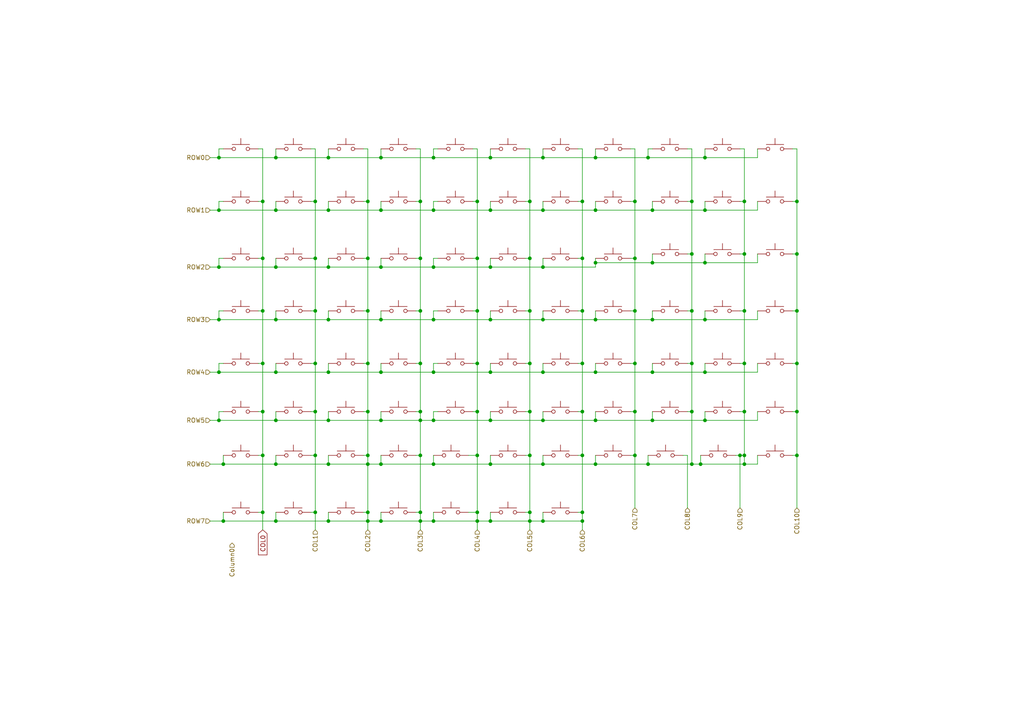
<source format=kicad_sch>
(kicad_sch (version 20211123) (generator eeschema)
  (paper "A4")
  (lib_symbols
    (symbol "Switch:SW_Push" (pin_numbers hide) (pin_names (offset 1.016) hide)
      (property "Reference" "SW" (at 1.27 2.54 0))
      (property "Value" "SW_Push" (at 0 -1.524 0))
      (symbol "SW_Push_0_1"
        (circle (center -2.032 0) (radius 0.508))
        (polyline (pts (xy 0 1.27) (xy 0 3.048)))
        (polyline (pts (xy 2.54 1.27) (xy -2.54 1.27)))
        (circle (center 2.032 0) (radius 0.508))
        (pin passive line (at -5.08 0 0) (length 2.54) (name "1") (number "1"))
        (pin passive line (at 5.08 0 180) (length 2.54) (name "2") (number "2"))
      )
    )
  )
  (junction (at 95.25 77.47))
  (junction (at 142.24 45.72))
  (junction (at 189.23 107.95))
  (junction (at 80.01 45.72))
  (junction (at 95.25 45.72))
  (junction (at 95.25 121.92))
  (junction (at 231.14 58.42))
  (junction (at 215.9 90.17))
  (junction (at 204.47 92.71))
  (junction (at 121.92 74.93))
  (junction (at 80.01 121.92))
  (junction (at 204.47 60.96))
  (junction (at 106.68 105.41))
  (junction (at 153.67 90.17))
  (junction (at 157.48 77.47))
  (junction (at 157.48 92.71))
  (junction (at 110.49 151.13))
  (junction (at 187.96 134.62))
  (junction (at 80.01 134.62))
  (junction (at 184.15 90.17))
  (junction (at 172.72 121.92))
  (junction (at 168.91 132.08))
  (junction (at 153.67 151.13))
  (junction (at 204.47 45.72))
  (junction (at 138.43 90.17))
  (junction (at 184.15 132.08))
  (junction (at 121.92 58.42))
  (junction (at 110.49 77.47))
  (junction (at 91.44 74.93))
  (junction (at 95.25 151.13))
  (junction (at 157.48 151.13))
  (junction (at 121.92 105.41))
  (junction (at 138.43 58.42))
  (junction (at 63.5 92.71))
  (junction (at 121.92 148.59))
  (junction (at 200.66 90.17))
  (junction (at 168.91 74.93))
  (junction (at 142.24 121.92))
  (junction (at 110.49 134.62))
  (junction (at 172.72 76.2))
  (junction (at 121.92 119.38))
  (junction (at 189.23 92.71))
  (junction (at 231.14 132.08))
  (junction (at 153.67 105.41))
  (junction (at 125.73 151.13))
  (junction (at 153.67 148.59))
  (junction (at 80.01 77.47))
  (junction (at 91.44 119.38))
  (junction (at 215.9 73.66))
  (junction (at 172.72 92.71))
  (junction (at 125.73 107.95))
  (junction (at 200.66 119.38))
  (junction (at 125.73 134.62))
  (junction (at 172.72 45.72))
  (junction (at 121.92 121.92))
  (junction (at 106.68 74.93))
  (junction (at 204.47 107.95))
  (junction (at 80.01 151.13))
  (junction (at 95.25 92.71))
  (junction (at 157.48 45.72))
  (junction (at 142.24 77.47))
  (junction (at 95.25 134.62))
  (junction (at 231.14 105.41))
  (junction (at 168.91 90.17))
  (junction (at 138.43 148.59))
  (junction (at 106.68 132.08))
  (junction (at 106.68 90.17))
  (junction (at 76.2 148.59))
  (junction (at 138.43 74.93))
  (junction (at 110.49 121.92))
  (junction (at 125.73 45.72))
  (junction (at 91.44 132.08))
  (junction (at 63.5 77.47))
  (junction (at 110.49 60.96))
  (junction (at 204.47 76.2))
  (junction (at 215.9 132.08))
  (junction (at 125.73 92.71))
  (junction (at 125.73 121.92))
  (junction (at 110.49 92.71))
  (junction (at 168.91 148.59))
  (junction (at 168.91 119.38))
  (junction (at 168.91 58.42))
  (junction (at 106.68 58.42))
  (junction (at 106.68 148.59))
  (junction (at 91.44 90.17))
  (junction (at 157.48 107.95))
  (junction (at 125.73 77.47))
  (junction (at 138.43 132.08))
  (junction (at 110.49 107.95))
  (junction (at 64.77 134.62))
  (junction (at 80.01 60.96))
  (junction (at 125.73 60.96))
  (junction (at 76.2 90.17))
  (junction (at 203.2 134.62))
  (junction (at 95.25 107.95))
  (junction (at 187.96 45.72))
  (junction (at 153.67 74.93))
  (junction (at 184.15 74.93))
  (junction (at 231.14 90.17))
  (junction (at 121.92 132.08))
  (junction (at 200.66 73.66))
  (junction (at 91.44 148.59))
  (junction (at 172.72 60.96))
  (junction (at 138.43 105.41))
  (junction (at 76.2 58.42))
  (junction (at 110.49 45.72))
  (junction (at 231.14 73.66))
  (junction (at 142.24 107.95))
  (junction (at 215.9 119.38))
  (junction (at 172.72 134.62))
  (junction (at 168.91 151.13))
  (junction (at 184.15 119.38))
  (junction (at 63.5 60.96))
  (junction (at 76.2 132.08))
  (junction (at 76.2 119.38))
  (junction (at 63.5 121.92))
  (junction (at 168.91 105.41))
  (junction (at 95.25 60.96))
  (junction (at 106.68 151.13))
  (junction (at 189.23 60.96))
  (junction (at 64.77 151.13))
  (junction (at 214.63 132.08))
  (junction (at 184.15 58.42))
  (junction (at 76.2 74.93))
  (junction (at 189.23 76.2))
  (junction (at 189.23 121.92))
  (junction (at 91.44 105.41))
  (junction (at 184.15 105.41))
  (junction (at 106.68 134.62))
  (junction (at 63.5 45.72))
  (junction (at 80.01 92.71))
  (junction (at 142.24 151.13))
  (junction (at 142.24 60.96))
  (junction (at 172.72 107.95))
  (junction (at 138.43 119.38))
  (junction (at 76.2 105.41))
  (junction (at 215.9 134.62))
  (junction (at 215.9 58.42))
  (junction (at 204.47 121.92))
  (junction (at 200.66 134.62))
  (junction (at 157.48 121.92))
  (junction (at 142.24 134.62))
  (junction (at 231.14 119.38))
  (junction (at 153.67 132.08))
  (junction (at 200.66 58.42))
  (junction (at 121.92 151.13))
  (junction (at 157.48 60.96))
  (junction (at 142.24 92.71))
  (junction (at 138.43 151.13))
  (junction (at 157.48 134.62))
  (junction (at 200.66 105.41))
  (junction (at 153.67 119.38))
  (junction (at 106.68 119.38))
  (junction (at 91.44 58.42))
  (junction (at 215.9 105.41))
  (junction (at 121.92 90.17))
  (junction (at 63.5 107.95))
  (junction (at 80.01 107.95))
  (junction (at 153.67 58.42))
  (wire (pts (xy 215.9 90.17) (xy 215.9 105.41)))
  (wire (pts (xy 214.63 132.08) (xy 214.63 147.32)))
  (wire (pts (xy 125.73 105.41) (xy 125.73 107.95)))
  (wire (pts (xy 219.71 76.2) (xy 219.71 73.66)))
  (wire (pts (xy 137.16 105.41) (xy 138.43 105.41)))
  (wire (pts (xy 76.2 105.41) (xy 76.2 119.38)))
  (wire (pts (xy 63.5 77.47) (xy 80.01 77.47)))
  (wire (pts (xy 106.68 148.59) (xy 106.68 151.13)))
  (wire (pts (xy 63.5 43.18) (xy 63.5 45.72)))
  (wire (pts (xy 142.24 134.62) (xy 142.24 132.08)))
  (wire (pts (xy 182.88 132.08) (xy 184.15 132.08)))
  (wire (pts (xy 120.65 148.59) (xy 121.92 148.59)))
  (wire (pts (xy 142.24 43.18) (xy 142.24 45.72)))
  (wire (pts (xy 189.23 92.71) (xy 204.47 92.71)))
  (wire (pts (xy 95.25 74.93) (xy 95.25 77.47)))
  (wire (pts (xy 152.4 58.42) (xy 153.67 58.42)))
  (wire (pts (xy 91.44 132.08) (xy 91.44 148.59)))
  (wire (pts (xy 204.47 119.38) (xy 204.47 121.92)))
  (wire (pts (xy 63.5 90.17) (xy 63.5 92.71)))
  (wire (pts (xy 189.23 58.42) (xy 189.23 60.96)))
  (wire (pts (xy 214.63 105.41) (xy 215.9 105.41)))
  (wire (pts (xy 120.65 43.18) (xy 121.92 43.18)))
  (wire (pts (xy 91.44 105.41) (xy 91.44 119.38)))
  (wire (pts (xy 142.24 60.96) (xy 157.48 60.96)))
  (wire (pts (xy 142.24 105.41) (xy 142.24 107.95)))
  (wire (pts (xy 105.41 90.17) (xy 106.68 90.17)))
  (wire (pts (xy 63.5 60.96) (xy 60.96 60.96)))
  (wire (pts (xy 91.44 90.17) (xy 91.44 105.41)))
  (wire (pts (xy 199.39 132.08) (xy 199.39 147.32)))
  (wire (pts (xy 172.72 77.47) (xy 172.72 76.2)))
  (wire (pts (xy 64.77 43.18) (xy 63.5 43.18)))
  (wire (pts (xy 106.68 119.38) (xy 106.68 132.08)))
  (wire (pts (xy 184.15 74.93) (xy 184.15 90.17)))
  (wire (pts (xy 121.92 74.93) (xy 121.92 90.17)))
  (wire (pts (xy 110.49 151.13) (xy 121.92 151.13)))
  (wire (pts (xy 76.2 43.18) (xy 76.2 58.42)))
  (wire (pts (xy 80.01 74.93) (xy 80.01 77.47)))
  (wire (pts (xy 142.24 58.42) (xy 142.24 60.96)))
  (wire (pts (xy 125.73 58.42) (xy 125.73 60.96)))
  (wire (pts (xy 63.5 105.41) (xy 63.5 107.95)))
  (wire (pts (xy 121.92 43.18) (xy 121.92 58.42)))
  (wire (pts (xy 137.16 74.93) (xy 138.43 74.93)))
  (wire (pts (xy 157.48 107.95) (xy 172.72 107.95)))
  (wire (pts (xy 204.47 58.42) (xy 204.47 60.96)))
  (wire (pts (xy 110.49 77.47) (xy 125.73 77.47)))
  (wire (pts (xy 219.71 92.71) (xy 219.71 90.17)))
  (wire (pts (xy 90.17 74.93) (xy 91.44 74.93)))
  (wire (pts (xy 189.23 43.18) (xy 187.96 43.18)))
  (wire (pts (xy 168.91 74.93) (xy 168.91 90.17)))
  (wire (pts (xy 182.88 43.18) (xy 184.15 43.18)))
  (wire (pts (xy 153.67 132.08) (xy 153.67 148.59)))
  (wire (pts (xy 172.72 107.95) (xy 189.23 107.95)))
  (wire (pts (xy 95.25 105.41) (xy 95.25 107.95)))
  (wire (pts (xy 214.63 73.66) (xy 215.9 73.66)))
  (wire (pts (xy 74.93 90.17) (xy 76.2 90.17)))
  (wire (pts (xy 157.48 92.71) (xy 172.72 92.71)))
  (wire (pts (xy 152.4 43.18) (xy 153.67 43.18)))
  (wire (pts (xy 90.17 148.59) (xy 91.44 148.59)))
  (wire (pts (xy 95.25 107.95) (xy 110.49 107.95)))
  (wire (pts (xy 182.88 105.41) (xy 184.15 105.41)))
  (wire (pts (xy 214.63 90.17) (xy 215.9 90.17)))
  (wire (pts (xy 121.92 121.92) (xy 121.92 132.08)))
  (wire (pts (xy 106.68 74.93) (xy 106.68 90.17)))
  (wire (pts (xy 64.77 74.93) (xy 63.5 74.93)))
  (wire (pts (xy 229.87 90.17) (xy 231.14 90.17)))
  (wire (pts (xy 90.17 43.18) (xy 91.44 43.18)))
  (wire (pts (xy 60.96 92.71) (xy 63.5 92.71)))
  (wire (pts (xy 157.48 58.42) (xy 157.48 60.96)))
  (wire (pts (xy 76.2 119.38) (xy 76.2 132.08)))
  (wire (pts (xy 229.87 73.66) (xy 231.14 73.66)))
  (wire (pts (xy 95.25 134.62) (xy 95.25 132.08)))
  (wire (pts (xy 110.49 134.62) (xy 125.73 134.62)))
  (wire (pts (xy 90.17 132.08) (xy 91.44 132.08)))
  (wire (pts (xy 74.93 58.42) (xy 76.2 58.42)))
  (wire (pts (xy 80.01 58.42) (xy 80.01 60.96)))
  (wire (pts (xy 74.93 105.41) (xy 76.2 105.41)))
  (wire (pts (xy 153.67 148.59) (xy 153.67 151.13)))
  (wire (pts (xy 168.91 43.18) (xy 168.91 58.42)))
  (wire (pts (xy 63.5 45.72) (xy 80.01 45.72)))
  (wire (pts (xy 138.43 43.18) (xy 138.43 58.42)))
  (wire (pts (xy 229.87 119.38) (xy 231.14 119.38)))
  (wire (pts (xy 167.64 58.42) (xy 168.91 58.42)))
  (wire (pts (xy 187.96 134.62) (xy 200.66 134.62)))
  (wire (pts (xy 167.64 105.41) (xy 168.91 105.41)))
  (wire (pts (xy 157.48 134.62) (xy 157.48 132.08)))
  (wire (pts (xy 142.24 77.47) (xy 157.48 77.47)))
  (wire (pts (xy 95.25 134.62) (xy 106.68 134.62)))
  (wire (pts (xy 80.01 119.38) (xy 80.01 121.92)))
  (wire (pts (xy 189.23 121.92) (xy 204.47 121.92)))
  (wire (pts (xy 125.73 92.71) (xy 142.24 92.71)))
  (wire (pts (xy 110.49 121.92) (xy 110.49 119.38)))
  (wire (pts (xy 74.93 119.38) (xy 76.2 119.38)))
  (wire (pts (xy 157.48 134.62) (xy 172.72 134.62)))
  (wire (pts (xy 200.66 134.62) (xy 203.2 134.62)))
  (wire (pts (xy 189.23 119.38) (xy 189.23 121.92)))
  (wire (pts (xy 200.66 90.17) (xy 200.66 105.41)))
  (wire (pts (xy 64.77 151.13) (xy 60.96 151.13)))
  (wire (pts (xy 80.01 77.47) (xy 95.25 77.47)))
  (wire (pts (xy 204.47 90.17) (xy 204.47 92.71)))
  (wire (pts (xy 172.72 121.92) (xy 189.23 121.92)))
  (wire (pts (xy 215.9 105.41) (xy 215.9 119.38)))
  (wire (pts (xy 63.5 119.38) (xy 63.5 121.92)))
  (wire (pts (xy 184.15 105.41) (xy 184.15 119.38)))
  (wire (pts (xy 168.91 90.17) (xy 168.91 105.41)))
  (wire (pts (xy 121.92 132.08) (xy 121.92 148.59)))
  (wire (pts (xy 229.87 132.08) (xy 231.14 132.08)))
  (wire (pts (xy 106.68 134.62) (xy 110.49 134.62)))
  (wire (pts (xy 199.39 43.18) (xy 200.66 43.18)))
  (wire (pts (xy 172.72 76.2) (xy 172.72 74.93)))
  (wire (pts (xy 184.15 132.08) (xy 184.15 147.32)))
  (wire (pts (xy 125.73 60.96) (xy 142.24 60.96)))
  (wire (pts (xy 204.47 107.95) (xy 204.47 105.41)))
  (wire (pts (xy 74.93 74.93) (xy 76.2 74.93)))
  (wire (pts (xy 214.63 43.18) (xy 215.9 43.18)))
  (wire (pts (xy 187.96 45.72) (xy 204.47 45.72)))
  (wire (pts (xy 152.4 148.59) (xy 153.67 148.59)))
  (wire (pts (xy 157.48 77.47) (xy 172.72 77.47)))
  (wire (pts (xy 142.24 107.95) (xy 157.48 107.95)))
  (wire (pts (xy 172.72 132.08) (xy 172.72 134.62)))
  (wire (pts (xy 198.12 132.08) (xy 199.39 132.08)))
  (wire (pts (xy 189.23 107.95) (xy 204.47 107.95)))
  (wire (pts (xy 80.01 151.13) (xy 95.25 151.13)))
  (wire (pts (xy 142.24 92.71) (xy 157.48 92.71)))
  (wire (pts (xy 125.73 45.72) (xy 142.24 45.72)))
  (wire (pts (xy 110.49 121.92) (xy 121.92 121.92)))
  (wire (pts (xy 91.44 119.38) (xy 91.44 132.08)))
  (wire (pts (xy 215.9 43.18) (xy 215.9 58.42)))
  (wire (pts (xy 167.64 132.08) (xy 168.91 132.08)))
  (wire (pts (xy 80.01 105.41) (xy 80.01 107.95)))
  (wire (pts (xy 106.68 43.18) (xy 106.68 58.42)))
  (wire (pts (xy 138.43 58.42) (xy 138.43 74.93)))
  (wire (pts (xy 172.72 76.2) (xy 189.23 76.2)))
  (wire (pts (xy 80.01 60.96) (xy 95.25 60.96)))
  (wire (pts (xy 110.49 132.08) (xy 110.49 134.62)))
  (wire (pts (xy 60.96 121.92) (xy 63.5 121.92)))
  (wire (pts (xy 95.25 58.42) (xy 95.25 60.96)))
  (wire (pts (xy 182.88 58.42) (xy 184.15 58.42)))
  (wire (pts (xy 167.64 119.38) (xy 168.91 119.38)))
  (wire (pts (xy 127 43.18) (xy 125.73 43.18)))
  (wire (pts (xy 127 74.93) (xy 125.73 74.93)))
  (wire (pts (xy 121.92 58.42) (xy 121.92 74.93)))
  (wire (pts (xy 157.48 60.96) (xy 172.72 60.96)))
  (wire (pts (xy 167.64 43.18) (xy 168.91 43.18)))
  (wire (pts (xy 231.14 119.38) (xy 231.14 132.08)))
  (wire (pts (xy 137.16 58.42) (xy 138.43 58.42)))
  (wire (pts (xy 95.25 119.38) (xy 95.25 121.92)))
  (wire (pts (xy 142.24 45.72) (xy 157.48 45.72)))
  (wire (pts (xy 153.67 151.13) (xy 157.48 151.13)))
  (wire (pts (xy 184.15 119.38) (xy 184.15 132.08)))
  (wire (pts (xy 137.16 43.18) (xy 138.43 43.18)))
  (wire (pts (xy 64.77 148.59) (xy 64.77 151.13)))
  (wire (pts (xy 157.48 151.13) (xy 157.48 148.59)))
  (wire (pts (xy 63.5 45.72) (xy 60.96 45.72)))
  (wire (pts (xy 110.49 60.96) (xy 125.73 60.96)))
  (wire (pts (xy 110.49 45.72) (xy 125.73 45.72)))
  (wire (pts (xy 215.9 132.08) (xy 215.9 134.62)))
  (wire (pts (xy 80.01 107.95) (xy 95.25 107.95)))
  (wire (pts (xy 105.41 132.08) (xy 106.68 132.08)))
  (wire (pts (xy 125.73 119.38) (xy 125.73 121.92)))
  (wire (pts (xy 229.87 43.18) (xy 231.14 43.18)))
  (wire (pts (xy 95.25 151.13) (xy 95.25 148.59)))
  (wire (pts (xy 142.24 74.93) (xy 142.24 77.47)))
  (wire (pts (xy 120.65 105.41) (xy 121.92 105.41)))
  (wire (pts (xy 167.64 148.59) (xy 168.91 148.59)))
  (wire (pts (xy 214.63 132.08) (xy 215.9 132.08)))
  (wire (pts (xy 80.01 45.72) (xy 95.25 45.72)))
  (wire (pts (xy 105.41 43.18) (xy 106.68 43.18)))
  (wire (pts (xy 125.73 74.93) (xy 125.73 77.47)))
  (wire (pts (xy 231.14 132.08) (xy 231.14 147.32)))
  (wire (pts (xy 80.01 92.71) (xy 95.25 92.71)))
  (wire (pts (xy 152.4 105.41) (xy 153.67 105.41)))
  (wire (pts (xy 157.48 121.92) (xy 172.72 121.92)))
  (wire (pts (xy 74.93 43.18) (xy 76.2 43.18)))
  (wire (pts (xy 63.5 107.95) (xy 80.01 107.95)))
  (wire (pts (xy 74.93 132.08) (xy 76.2 132.08)))
  (wire (pts (xy 110.49 148.59) (xy 110.49 151.13)))
  (wire (pts (xy 63.5 121.92) (xy 80.01 121.92)))
  (wire (pts (xy 153.67 58.42) (xy 153.67 74.93)))
  (wire (pts (xy 110.49 92.71) (xy 110.49 90.17)))
  (wire (pts (xy 95.25 77.47) (xy 110.49 77.47)))
  (wire (pts (xy 135.89 132.08) (xy 138.43 132.08)))
  (wire (pts (xy 204.47 107.95) (xy 219.71 107.95)))
  (wire (pts (xy 172.72 121.92) (xy 172.72 119.38)))
  (wire (pts (xy 120.65 132.08) (xy 121.92 132.08)))
  (wire (pts (xy 199.39 90.17) (xy 200.66 90.17)))
  (wire (pts (xy 142.24 151.13) (xy 153.67 151.13)))
  (wire (pts (xy 168.91 151.13) (xy 168.91 153.67)))
  (wire (pts (xy 80.01 90.17) (xy 80.01 92.71)))
  (wire (pts (xy 76.2 90.17) (xy 76.2 105.41)))
  (wire (pts (xy 184.15 90.17) (xy 184.15 105.41)))
  (wire (pts (xy 138.43 90.17) (xy 138.43 105.41)))
  (wire (pts (xy 200.66 58.42) (xy 200.66 73.66)))
  (wire (pts (xy 172.72 92.71) (xy 189.23 92.71)))
  (wire (pts (xy 219.71 121.92) (xy 219.71 119.38)))
  (wire (pts (xy 200.66 119.38) (xy 200.66 134.62)))
  (wire (pts (xy 80.01 43.18) (xy 80.01 45.72)))
  (wire (pts (xy 60.96 107.95) (xy 63.5 107.95)))
  (wire (pts (xy 125.73 43.18) (xy 125.73 45.72)))
  (wire (pts (xy 172.72 60.96) (xy 189.23 60.96)))
  (wire (pts (xy 91.44 43.18) (xy 91.44 58.42)))
  (wire (pts (xy 105.41 148.59) (xy 106.68 148.59)))
  (wire (pts (xy 63.5 58.42) (xy 64.77 58.42)))
  (wire (pts (xy 138.43 151.13) (xy 138.43 153.67)))
  (wire (pts (xy 204.47 60.96) (xy 219.71 60.96)))
  (wire (pts (xy 189.23 105.41) (xy 189.23 107.95)))
  (wire (pts (xy 80.01 121.92) (xy 95.25 121.92)))
  (wire (pts (xy 127 119.38) (xy 125.73 119.38)))
  (wire (pts (xy 121.92 148.59) (xy 121.92 151.13)))
  (wire (pts (xy 157.48 43.18) (xy 157.48 45.72)))
  (wire (pts (xy 229.87 105.41) (xy 231.14 105.41)))
  (wire (pts (xy 142.24 90.17) (xy 142.24 92.71)))
  (wire (pts (xy 153.67 119.38) (xy 153.67 132.08)))
  (wire (pts (xy 120.65 74.93) (xy 121.92 74.93)))
  (wire (pts (xy 219.71 60.96) (xy 219.71 58.42)))
  (wire (pts (xy 105.41 58.42) (xy 106.68 58.42)))
  (wire (pts (xy 172.72 60.96) (xy 172.72 58.42)))
  (wire (pts (xy 138.43 151.13) (xy 142.24 151.13)))
  (wire (pts (xy 125.73 107.95) (xy 142.24 107.95)))
  (wire (pts (xy 76.2 74.93) (xy 76.2 90.17)))
  (wire (pts (xy 80.01 134.62) (xy 95.25 134.62)))
  (wire (pts (xy 80.01 132.08) (xy 80.01 134.62)))
  (wire (pts (xy 231.14 58.42) (xy 231.14 73.66)))
  (wire (pts (xy 110.49 60.96) (xy 110.49 58.42)))
  (wire (pts (xy 231.14 43.18) (xy 231.14 58.42)))
  (wire (pts (xy 121.92 121.92) (xy 125.73 121.92)))
  (wire (pts (xy 187.96 132.08) (xy 187.96 134.62)))
  (wire (pts (xy 106.68 90.17) (xy 106.68 105.41)))
  (wire (pts (xy 200.66 43.18) (xy 200.66 58.42)))
  (wire (pts (xy 184.15 58.42) (xy 184.15 74.93)))
  (wire (pts (xy 91.44 74.93) (xy 91.44 90.17)))
  (wire (pts (xy 215.9 58.42) (xy 215.9 73.66)))
  (wire (pts (xy 64.77 132.08) (xy 64.77 134.62)))
  (wire (pts (xy 137.16 90.17) (xy 138.43 90.17)))
  (wire (pts (xy 214.63 119.38) (xy 215.9 119.38)))
  (wire (pts (xy 121.92 105.41) (xy 121.92 119.38)))
  (wire (pts (xy 168.91 119.38) (xy 168.91 132.08)))
  (wire (pts (xy 95.25 43.18) (xy 95.25 45.72)))
  (wire (pts (xy 106.68 134.62) (xy 106.68 148.59)))
  (wire (pts (xy 153.67 74.93) (xy 153.67 90.17)))
  (wire (pts (xy 204.47 73.66) (xy 204.47 76.2)))
  (wire (pts (xy 142.24 151.13) (xy 142.24 148.59)))
  (wire (pts (xy 157.48 90.17) (xy 157.48 92.71)))
  (wire (pts (xy 204.47 76.2) (xy 219.71 76.2)))
  (wire (pts (xy 64.77 134.62) (xy 60.96 134.62)))
  (wire (pts (xy 168.91 148.59) (xy 168.91 151.13)))
  (wire (pts (xy 125.73 151.13) (xy 138.43 151.13)))
  (wire (pts (xy 106.68 151.13) (xy 106.68 153.67)))
  (wire (pts (xy 63.5 92.71) (xy 80.01 92.71)))
  (wire (pts (xy 63.5 77.47) (xy 60.96 77.47)))
  (wire (pts (xy 95.25 90.17) (xy 95.25 92.71)))
  (wire (pts (xy 76.2 58.42) (xy 76.2 74.93)))
  (wire (pts (xy 106.68 132.08) (xy 106.68 134.62)))
  (wire (pts (xy 189.23 90.17) (xy 189.23 92.71)))
  (wire (pts (xy 204.47 43.18) (xy 204.47 45.72)))
  (wire (pts (xy 80.01 148.59) (xy 80.01 151.13)))
  (wire (pts (xy 91.44 58.42) (xy 91.44 74.93)))
  (wire (pts (xy 110.49 107.95) (xy 125.73 107.95)))
  (wire (pts (xy 95.25 60.96) (xy 110.49 60.96)))
  (wire (pts (xy 110.49 107.95) (xy 110.49 105.41)))
  (wire (pts (xy 215.9 73.66) (xy 215.9 90.17)))
  (wire (pts (xy 153.67 43.18) (xy 153.67 58.42)))
  (wire (pts (xy 105.41 74.93) (xy 106.68 74.93)))
  (wire (pts (xy 231.14 73.66) (xy 231.14 90.17)))
  (wire (pts (xy 63.5 90.17) (xy 64.77 90.17)))
  (wire (pts (xy 167.64 90.17) (xy 168.91 90.17)))
  (wire (pts (xy 110.49 45.72) (xy 110.49 43.18)))
  (wire (pts (xy 199.39 73.66) (xy 200.66 73.66)))
  (wire (pts (xy 110.49 92.71) (xy 125.73 92.71)))
  (wire (pts (xy 204.47 45.72) (xy 219.71 45.72)))
  (wire (pts (xy 106.68 58.42) (xy 106.68 74.93)))
  (wire (pts (xy 199.39 58.42) (xy 200.66 58.42)))
  (wire (pts (xy 95.25 121.92) (xy 110.49 121.92)))
  (wire (pts (xy 106.68 151.13) (xy 110.49 151.13)))
  (wire (pts (xy 137.16 119.38) (xy 138.43 119.38)))
  (wire (pts (xy 204.47 121.92) (xy 219.71 121.92)))
  (wire (pts (xy 138.43 119.38) (xy 138.43 132.08)))
  (wire (pts (xy 203.2 134.62) (xy 215.9 134.62)))
  (wire (pts (xy 125.73 121.92) (xy 142.24 121.92)))
  (wire (pts (xy 189.23 73.66) (xy 189.23 76.2)))
  (wire (pts (xy 120.65 58.42) (xy 121.92 58.42)))
  (wire (pts (xy 95.25 45.72) (xy 110.49 45.72)))
  (wire (pts (xy 189.23 76.2) (xy 204.47 76.2)))
  (wire (pts (xy 142.24 121.92) (xy 157.48 121.92)))
  (wire (pts (xy 172.72 134.62) (xy 187.96 134.62)))
  (wire (pts (xy 63.5 60.96) (xy 80.01 60.96)))
  (wire (pts (xy 105.41 119.38) (xy 106.68 119.38)))
  (wire (pts (xy 215.9 134.62) (xy 219.71 134.62)))
  (wire (pts (xy 172.72 107.95) (xy 172.72 105.41)))
  (wire (pts (xy 187.96 43.18) (xy 187.96 45.72)))
  (wire (pts (xy 110.49 77.47) (xy 110.49 74.93)))
  (wire (pts (xy 125.73 148.59) (xy 125.73 151.13)))
  (wire (pts (xy 76.2 132.08) (xy 76.2 148.59)))
  (wire (pts (xy 74.93 148.59) (xy 76.2 148.59)))
  (wire (pts (xy 95.25 151.13) (xy 106.68 151.13)))
  (wire (pts (xy 138.43 148.59) (xy 138.43 151.13)))
  (wire (pts (xy 63.5 58.42) (xy 63.5 60.96)))
  (wire (pts (xy 157.48 119.38) (xy 157.48 121.92)))
  (wire (pts (xy 90.17 90.17) (xy 91.44 90.17)))
  (wire (pts (xy 167.64 74.93) (xy 168.91 74.93)))
  (wire (pts (xy 64.77 134.62) (xy 80.01 134.62)))
  (wire (pts (xy 219.71 105.41) (xy 219.71 107.95)))
  (wire (pts (xy 120.65 119.38) (xy 121.92 119.38)))
  (wire (pts (xy 168.91 58.42) (xy 168.91 74.93)))
  (wire (pts (xy 90.17 105.41) (xy 91.44 105.41)))
  (wire (pts (xy 121.92 151.13) (xy 125.73 151.13)))
  (wire (pts (xy 157.48 105.41) (xy 157.48 107.95)))
  (wire (pts (xy 157.48 151.13) (xy 168.91 151.13)))
  (wire (pts (xy 91.44 148.59) (xy 91.44 153.67)))
  (wire (pts (xy 125.73 58.42) (xy 127 58.42)))
  (wire (pts (xy 142.24 119.38) (xy 142.24 121.92)))
  (wire (pts (xy 229.87 58.42) (xy 231.14 58.42)))
  (wire (pts (xy 153.67 151.13) (xy 153.67 153.67)))
  (wire (pts (xy 64.77 151.13) (xy 80.01 151.13)))
  (wire (pts (xy 152.4 119.38) (xy 153.67 119.38)))
  (wire (pts (xy 138.43 105.41) (xy 138.43 119.38)))
  (wire (pts (xy 219.71 132.08) (xy 219.71 134.62)))
  (wire (pts (xy 105.41 105.41) (xy 106.68 105.41)))
  (wire (pts (xy 168.91 105.41) (xy 168.91 119.38)))
  (wire (pts (xy 168.91 132.08) (xy 168.91 148.59)))
  (wire (pts (xy 120.65 90.17) (xy 121.92 90.17)))
  (wire (pts (xy 95.25 92.71) (xy 110.49 92.71)))
  (wire (pts (xy 172.72 45.72) (xy 172.72 43.18)))
  (wire (pts (xy 172.72 45.72) (xy 187.96 45.72)))
  (wire (pts (xy 199.39 119.38) (xy 200.66 119.38)))
  (wire (pts (xy 214.63 58.42) (xy 215.9 58.42)))
  (wire (pts (xy 125.73 132.08) (xy 125.73 134.62)))
  (wire (pts (xy 153.67 105.41) (xy 153.67 119.38)))
  (wire (pts (xy 125.73 90.17) (xy 125.73 92.71)))
  (wire (pts (xy 204.47 92.71) (xy 219.71 92.71)))
  (wire (pts (xy 172.72 92.71) (xy 172.72 90.17)))
  (wire (pts (xy 63.5 74.93) (xy 63.5 77.47)))
  (wire (pts (xy 76.2 148.59) (xy 76.2 153.67)))
  (wire (pts (xy 182.88 74.93) (xy 184.15 74.93)))
  (wire (pts (xy 157.48 74.93) (xy 157.48 77.47)))
  (wire (pts (xy 200.66 105.41) (xy 200.66 119.38)))
  (wire (pts (xy 152.4 74.93) (xy 153.67 74.93)))
  (wire (pts (xy 231.14 90.17) (xy 231.14 105.41)))
  (wire (pts (xy 200.66 73.66) (xy 200.66 90.17)))
  (wire (pts (xy 152.4 132.08) (xy 153.67 132.08)))
  (wire (pts (xy 182.88 119.38) (xy 184.15 119.38)))
  (wire (pts (xy 125.73 77.47) (xy 142.24 77.47)))
  (wire (pts (xy 142.24 134.62) (xy 157.48 134.62)))
  (wire (pts (xy 125.73 90.17) (xy 127 90.17)))
  (wire (pts (xy 121.92 119.38) (xy 121.92 121.92)))
  (wire (pts (xy 127 105.41) (xy 125.73 105.41)))
  (wire (pts (xy 121.92 151.13) (xy 121.92 153.67)))
  (wire (pts (xy 90.17 58.42) (xy 91.44 58.42)))
  (wire (pts (xy 135.89 148.59) (xy 138.43 148.59)))
  (wire (pts (xy 219.71 43.18) (xy 219.71 45.72)))
  (wire (pts (xy 121.92 90.17) (xy 121.92 105.41)))
  (wire (pts (xy 125.73 134.62) (xy 142.24 134.62)))
  (wire (pts (xy 157.48 45.72) (xy 172.72 45.72)))
  (wire (pts (xy 138.43 132.08) (xy 138.43 148.59)))
  (wire (pts (xy 213.36 132.08) (xy 214.63 132.08)))
  (wire (pts (xy 64.77 119.38) (xy 63.5 119.38)))
  (wire (pts (xy 203.2 134.62) (xy 203.2 132.08)))
  (wire (pts (xy 215.9 119.38) (xy 215.9 132.08)))
  (wire (pts (xy 90.17 119.38) (xy 91.44 119.38)))
  (wire (pts (xy 64.77 105.41) (xy 63.5 105.41)))
  (wire (pts (xy 189.23 60.96) (xy 204.47 60.96)))
  (wire (pts (xy 184.15 43.18) (xy 184.15 58.42)))
  (wire (pts (xy 153.67 90.17) (xy 153.67 105.41)))
  (wire (pts (xy 152.4 90.17) (xy 153.67 90.17)))
  (wire (pts (xy 182.88 90.17) (xy 184.15 90.17)))
  (wire (pts (xy 199.39 105.41) (xy 200.66 105.41)))
  (wire (pts (xy 231.14 105.41) (xy 231.14 119.38)))
  (wire (pts (xy 138.43 74.93) (xy 138.43 90.17)))
  (wire (pts (xy 106.68 105.41) (xy 106.68 119.38)))
  (global_label "COL0" (shape input) (at 76.2 153.67 270) (property "Intersheet References" "${INTERSHEET_REFS}" (effects hide)))
  (hierarchical_label "Column0" (shape input) (at 67.31 157.48 270))
  (hierarchical_label "COL4" (shape input) (at 138.43 153.67 270))
  (hierarchical_label "COL10" (shape input) (at 231.14 147.32 270))
  (hierarchical_label "ROW0" (shape input) (at 60.96 45.72 180))
  (hierarchical_label "ROW1" (shape input) (at 60.96 60.96 180))
  (hierarchical_label "ROW7" (shape input) (at 60.96 151.13 180))
  (hierarchical_label "COL8" (shape input) (at 199.39 147.32 270))
  (hierarchical_label "COL6" (shape input) (at 168.91 153.67 270))
  (hierarchical_label "COL3" (shape input) (at 121.92 153.67 270))
  (hierarchical_label "ROW2" (shape input) (at 60.96 77.47 180))
  (hierarchical_label "COL5" (shape input) (at 153.67 153.67 270))
  (hierarchical_label "ROW4" (shape input) (at 60.96 107.95 180))
  (hierarchical_label "ROW3" (shape input) (at 60.96 92.71 180))
  (hierarchical_label "ROW5" (shape input) (at 60.96 121.92 180))
  (hierarchical_label "COL9" (shape input) (at 214.63 147.32 270))
  (hierarchical_label "COL7" (shape input) (at 184.15 147.32 270))
  (hierarchical_label "COL1" (shape input) (at 91.44 153.67 270))
  (hierarchical_label "ROW6" (shape input) (at 60.96 134.62 180))
  (hierarchical_label "COL2" (shape input) (at 106.68 153.67 270))
  (symbol (lib_id "Switch:SW_Push") (at 85.09 43.18 0) (unit 1)
    (property "Reference" "Q1" (effects hide))
  )
  (symbol (lib_id "Switch:SW_Push") (at 100.33 43.18 0) (unit 1)
    (property "Reference" "W1" (effects hide))
  )
  (symbol (lib_id "Switch:SW_Push") (at 115.57 43.18 0) (unit 1)
    (property "Reference" "E1" (effects hide))
  )
  (symbol (lib_id "Switch:SW_Push") (at 85.09 58.42 0) (unit 1)
    (property "Reference" "A3" (effects hide))
  )
  (symbol (lib_id "Switch:SW_Push") (at 100.33 58.42 0) (unit 1)
    (property "Reference" "S3" (effects hide))
  )
  (symbol (lib_id "Switch:SW_Push") (at 115.57 58.42 0) (unit 1)
    (property "Reference" "D3" (effects hide))
  )
  (symbol (lib_id "Switch:SW_Push") (at 69.85 43.18 0) (unit 1)
    (property "Reference" "Shift1" (effects hide))
  )
  (symbol (lib_id "Switch:SW_Push") (at 69.85 58.42 0) (unit 1)
    (property "Reference" "Ctrl1" (effects hide))
  )
  (symbol (lib_id "Switch:SW_Push") (at 147.32 43.18 0) (unit 1)
    (property "Reference" "Q7" (effects hide))
  )
  (symbol (lib_id "Switch:SW_Push") (at 162.56 43.18 0) (unit 1)
    (property "Reference" "W7" (effects hide))
  )
  (symbol (lib_id "Switch:SW_Push") (at 177.8 43.18 0) (unit 1)
    (property "Reference" "E9" (effects hide))
  )
  (symbol (lib_id "Switch:SW_Push") (at 147.32 58.42 0) (unit 1)
    (property "Reference" "A5" (effects hide))
  )
  (symbol (lib_id "Switch:SW_Push") (at 162.56 58.42 0) (unit 1)
    (property "Reference" "S5" (effects hide))
  )
  (symbol (lib_id "Switch:SW_Push") (at 177.8 58.42 0) (unit 1)
    (property "Reference" "D5" (effects hide))
  )
  (symbol (lib_id "Switch:SW_Push") (at 132.08 43.18 0) (unit 1)
    (property "Reference" "Shift5" (effects hide))
  )
  (symbol (lib_id "Switch:SW_Push") (at 132.08 58.42 0) (unit 1)
    (property "Reference" "Ctrl3" (effects hide))
  )
  (symbol (lib_id "Switch:SW_Push") (at 115.57 132.08 0) (unit 1)
    (property "Reference" "Q5" (effects hide))
  )
  (symbol (lib_id "Switch:SW_Push") (at 130.81 132.08 0) (unit 1)
    (property "Reference" "W5" (effects hide))
  )
  (symbol (lib_id "Switch:SW_Push") (at 147.32 132.08 0) (unit 1)
    (property "Reference" "E5" (effects hide))
  )
  (symbol (lib_id "Switch:SW_Push") (at 85.09 74.93 0) (unit 1)
    (property "Reference" "Q2" (effects hide))
  )
  (symbol (lib_id "Switch:SW_Push") (at 100.33 74.93 0) (unit 1)
    (property "Reference" "W2" (effects hide))
  )
  (symbol (lib_id "Switch:SW_Push") (at 115.57 74.93 0) (unit 1)
    (property "Reference" "E2" (effects hide))
  )
  (symbol (lib_id "Switch:SW_Push") (at 85.09 90.17 0) (unit 1)
    (property "Reference" "A4" (effects hide))
  )
  (symbol (lib_id "Switch:SW_Push") (at 100.33 90.17 0) (unit 1)
    (property "Reference" "S4" (effects hide))
  )
  (symbol (lib_id "Switch:SW_Push") (at 115.57 90.17 0) (unit 1)
    (property "Reference" "D4" (effects hide))
  )
  (symbol (lib_id "Switch:SW_Push") (at 69.85 74.93 0) (unit 1)
    (property "Reference" "Shift2" (effects hide))
  )
  (symbol (lib_id "Switch:SW_Push") (at 69.85 90.17 0) (unit 1)
    (property "Reference" "Ctrl2" (effects hide))
  )
  (symbol (lib_id "Switch:SW_Push") (at 147.32 74.93 0) (unit 1)
    (property "Reference" "Q8" (effects hide))
  )
  (symbol (lib_id "Switch:SW_Push") (at 162.56 74.93 0) (unit 1)
    (property "Reference" "W8" (effects hide))
  )
  (symbol (lib_id "Switch:SW_Push") (at 177.8 74.93 0) (unit 1)
    (property "Reference" "E10" (effects hide))
  )
  (symbol (lib_id "Switch:SW_Push") (at 147.32 90.17 0) (unit 1)
    (property "Reference" "A6" (effects hide))
  )
  (symbol (lib_id "Switch:SW_Push") (at 162.56 90.17 0) (unit 1)
    (property "Reference" "S6" (effects hide))
  )
  (symbol (lib_id "Switch:SW_Push") (at 177.8 90.17 0) (unit 1)
    (property "Reference" "D6" (effects hide))
  )
  (symbol (lib_id "Switch:SW_Push") (at 132.08 74.93 0) (unit 1)
    (property "Reference" "Shift6" (effects hide))
  )
  (symbol (lib_id "Switch:SW_Push") (at 132.08 90.17 0) (unit 1)
    (property "Reference" "Ctrl4" (effects hide))
  )
  (symbol (lib_id "Switch:SW_Push") (at 85.09 105.41 0) (unit 1)
    (property "Reference" "Q3" (effects hide))
  )
  (symbol (lib_id "Switch:SW_Push") (at 100.33 105.41 0) (unit 1)
    (property "Reference" "W3" (effects hide))
  )
  (symbol (lib_id "Switch:SW_Push") (at 115.57 105.41 0) (unit 1)
    (property "Reference" "E3" (effects hide))
  )
  (symbol (lib_id "Switch:SW_Push") (at 69.85 105.41 0) (unit 1)
    (property "Reference" "Shift3" (effects hide))
  )
  (symbol (lib_id "Switch:SW_Push") (at 147.32 105.41 0) (unit 1)
    (property "Reference" "Q9" (effects hide))
  )
  (symbol (lib_id "Switch:SW_Push") (at 162.56 105.41 0) (unit 1)
    (property "Reference" "W9" (effects hide))
  )
  (symbol (lib_id "Switch:SW_Push") (at 177.8 105.41 0) (unit 1)
    (property "Reference" "E11" (effects hide))
  )
  (symbol (lib_id "Switch:SW_Push") (at 132.08 105.41 0) (unit 1)
    (property "Reference" "Shift7" (effects hide))
  )
  (symbol (lib_id "Switch:SW_Push") (at 209.55 43.18 0) (unit 1)
    (property "Reference" "Q16" (effects hide))
  )
  (symbol (lib_id "Switch:SW_Push") (at 224.79 43.18 0) (unit 1)
    (property "Reference" "W17" (effects hide))
  )
  (symbol (lib_id "Switch:SW_Push") (at 162.56 132.08 0) (unit 1)
    (property "Reference" "E7" (effects hide))
  )
  (symbol (lib_id "Switch:SW_Push") (at 194.31 43.18 0) (unit 1)
    (property "Reference" "Shift9" (effects hide))
  )
  (symbol (lib_id "Switch:SW_Push") (at 177.8 132.08 0) (unit 1)
    (property "Reference" "Q11" (effects hide))
  )
  (symbol (lib_id "Switch:SW_Push") (at 193.04 132.08 0) (unit 1)
    (property "Reference" "W11" (effects hide))
  )
  (symbol (lib_id "Switch:SW_Push") (at 208.28 132.08 0) (unit 1)
    (property "Reference" "E13" (effects hide))
  )
  (symbol (lib_id "Switch:SW_Push") (at 194.31 58.42 0) (unit 1)
    (property "Reference" "Q12" (effects hide))
  )
  (symbol (lib_id "Switch:SW_Push") (at 209.55 58.42 0) (unit 1)
    (property "Reference" "W13" (effects hide))
  )
  (symbol (lib_id "Switch:SW_Push") (at 224.79 58.42 0) (unit 1)
    (property "Reference" "E15" (effects hide))
  )
  (symbol (lib_id "Switch:SW_Push") (at 194.31 73.66 0) (unit 1)
    (property "Reference" "Q13" (effects hide))
  )
  (symbol (lib_id "Switch:SW_Push") (at 209.55 73.66 0) (unit 1)
    (property "Reference" "W14" (effects hide))
  )
  (symbol (lib_id "Switch:SW_Push") (at 224.79 73.66 0) (unit 1)
    (property "Reference" "E16" (effects hide))
  )
  (symbol (lib_id "Switch:SW_Push") (at 194.31 90.17 0) (unit 1)
    (property "Reference" "Q14" (effects hide))
  )
  (symbol (lib_id "Switch:SW_Push") (at 209.55 90.17 0) (unit 1)
    (property "Reference" "W15" (effects hide))
  )
  (symbol (lib_id "Switch:SW_Push") (at 224.79 90.17 0) (unit 1)
    (property "Reference" "E17" (effects hide))
  )
  (symbol (lib_id "Switch:SW_Push") (at 194.31 105.41 0) (unit 1)
    (property "Reference" "W12" (effects hide))
  )
  (symbol (lib_id "Switch:SW_Push") (at 209.55 105.41 0) (unit 1)
    (property "Reference" "E14" (effects hide))
  )
  (symbol (lib_id "Switch:SW_Push") (at 85.09 119.38 0) (unit 1)
    (property "Reference" "Q4" (effects hide))
  )
  (symbol (lib_id "Switch:SW_Push") (at 100.33 119.38 0) (unit 1)
    (property "Reference" "W4" (effects hide))
  )
  (symbol (lib_id "Switch:SW_Push") (at 115.57 119.38 0) (unit 1)
    (property "Reference" "E4" (effects hide))
  )
  (symbol (lib_id "Switch:SW_Push") (at 69.85 119.38 0) (unit 1)
    (property "Reference" "Shift4" (effects hide))
  )
  (symbol (lib_id "Switch:SW_Push") (at 147.32 119.38 0) (unit 1)
    (property "Reference" "Q10" (effects hide))
  )
  (symbol (lib_id "Switch:SW_Push") (at 162.56 119.38 0) (unit 1)
    (property "Reference" "W10" (effects hide))
  )
  (symbol (lib_id "Switch:SW_Push") (at 177.8 119.38 0) (unit 1)
    (property "Reference" "E12" (effects hide))
  )
  (symbol (lib_id "Switch:SW_Push") (at 132.08 119.38 0) (unit 1)
    (property "Reference" "Shift8" (effects hide))
  )
  (symbol (lib_id "Switch:SW_Push") (at 224.79 105.41 0) (unit 1)
    (property "Reference" "W18" (effects hide))
  )
  (symbol (lib_id "Switch:SW_Push") (at 224.79 119.38 0) (unit 1)
    (property "Reference" "E18" (effects hide))
  )
  (symbol (lib_id "Switch:SW_Push") (at 209.55 119.38 0) (unit 1)
    (property "Reference" "W16" (effects hide))
  )
  (symbol (lib_id "Switch:SW_Push") (at 194.31 119.38 0) (unit 1)
    (property "Reference" "Q15" (effects hide))
  )
  (symbol (lib_id "Switch:SW_Push") (at 100.33 132.08 0) (unit 1)
    (property "Reference" "D1" (effects hide))
  )
  (symbol (lib_id "Switch:SW_Push") (at 85.09 132.08 0) (unit 1)
    (property "Reference" "S1" (effects hide))
  )
  (symbol (lib_id "Switch:SW_Push") (at 69.85 132.08 0) (unit 1)
    (property "Reference" "A1" (effects hide))
  )
  (symbol (lib_id "Switch:SW_Push") (at 224.79 132.08 0) (unit 1)
    (property "Reference" "W19" (effects hide))
  )
  (symbol (lib_id "Switch:SW_Push") (at 162.56 148.59 0) (unit 1)
    (property "Reference" "E8" (effects hide))
  )
  (symbol (lib_id "Switch:SW_Push") (at 100.33 148.59 0) (unit 1)
    (property "Reference" "D2" (effects hide))
  )
  (symbol (lib_id "Switch:SW_Push") (at 85.09 148.59 0) (unit 1)
    (property "Reference" "S2" (effects hide))
  )
  (symbol (lib_id "Switch:SW_Push") (at 69.85 148.59 0) (unit 1)
    (property "Reference" "A2" (effects hide))
  )
  (symbol (lib_id "Switch:SW_Push") (at 115.57 148.59 0) (unit 1)
    (property "Reference" "Q6" (effects hide))
  )
  (symbol (lib_id "Switch:SW_Push") (at 130.81 148.59 0) (unit 1)
    (property "Reference" "W6" (effects hide))
  )
  (symbol (lib_id "Switch:SW_Push") (at 147.32 148.59 0) (unit 1)
    (property "Reference" "E6" (effects hide))
  )
)
</source>
